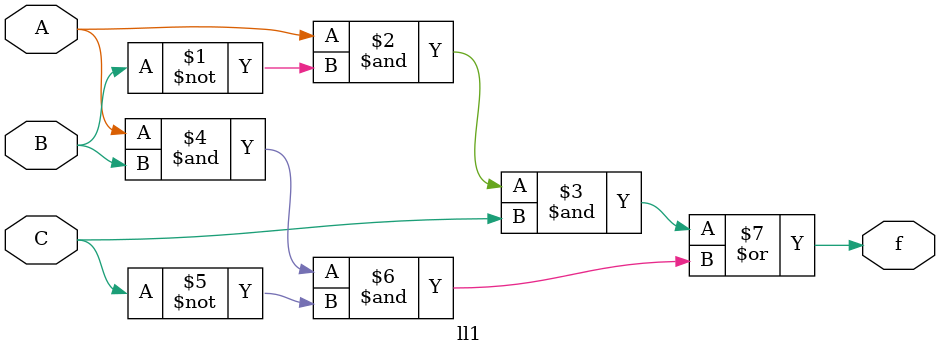
<source format=v>
module ll1(	// file.cleaned.mlir:2:3
  input  A,	// file.cleaned.mlir:2:21
         B,	// file.cleaned.mlir:2:33
         C,	// file.cleaned.mlir:2:45
  output f	// file.cleaned.mlir:2:58
);

  assign f = A & ~B & C | A & B & ~C;	// file.cleaned.mlir:4:10, :5:10, :6:10, :7:10, :8:10, :9:5
endmodule


</source>
